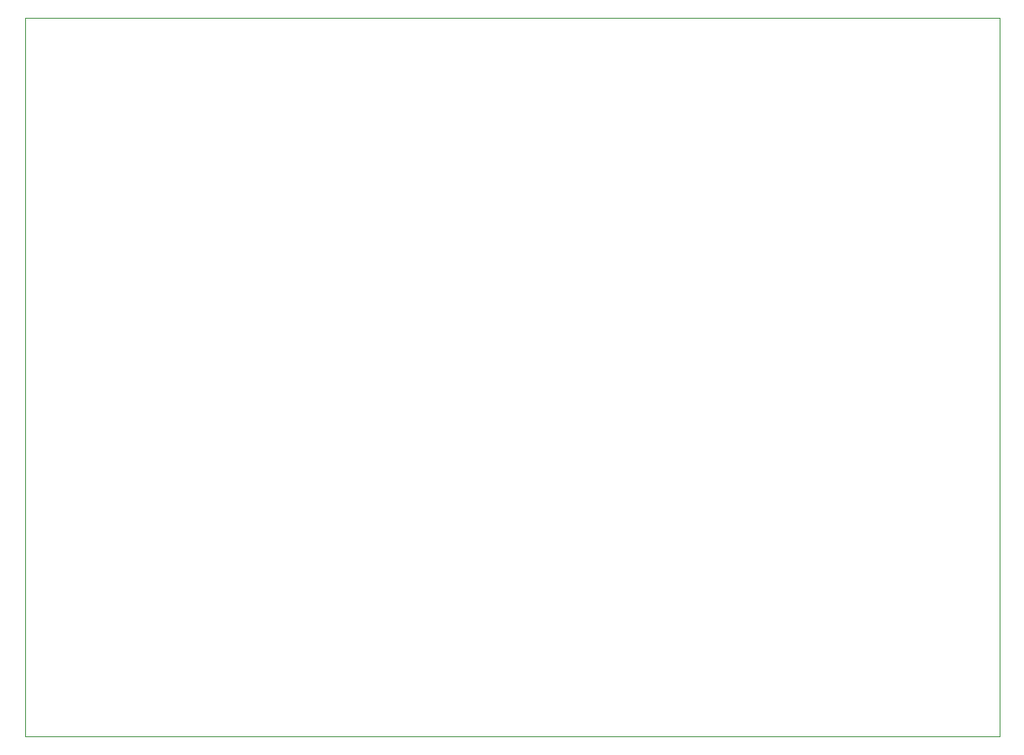
<source format=gm1>
G04 #@! TF.GenerationSoftware,KiCad,Pcbnew,(6.0.1)*
G04 #@! TF.CreationDate,2022-02-04T01:53:46-05:00*
G04 #@! TF.ProjectId,klxecu,6b6c7865-6375-42e6-9b69-6361645f7063,rev?*
G04 #@! TF.SameCoordinates,Original*
G04 #@! TF.FileFunction,Profile,NP*
%FSLAX46Y46*%
G04 Gerber Fmt 4.6, Leading zero omitted, Abs format (unit mm)*
G04 Created by KiCad (PCBNEW (6.0.1)) date 2022-02-04 01:53:46*
%MOMM*%
%LPD*%
G01*
G04 APERTURE LIST*
G04 #@! TA.AperFunction,Profile*
%ADD10C,0.100000*%
G04 #@! TD*
G04 APERTURE END LIST*
D10*
X26035000Y-40005000D02*
X127635000Y-40005000D01*
X127635000Y-40005000D02*
X127635000Y-114935000D01*
X127635000Y-114935000D02*
X26035000Y-114935000D01*
X26035000Y-114935000D02*
X26035000Y-40005000D01*
M02*

</source>
